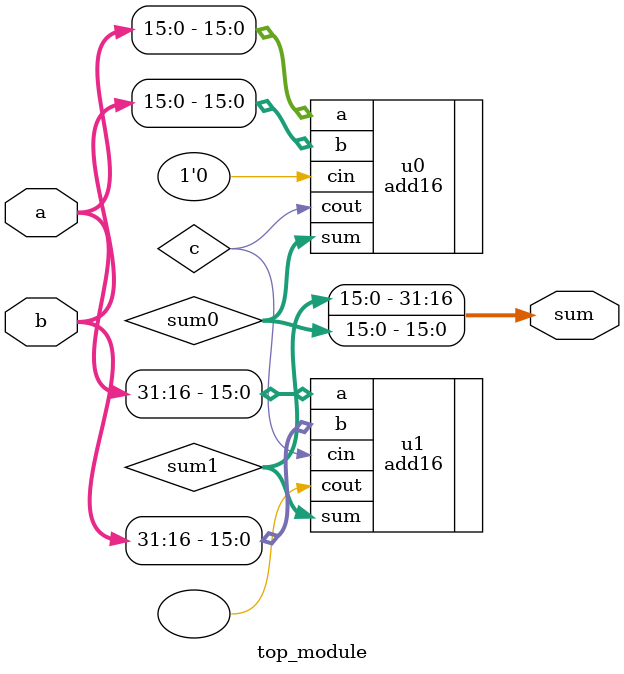
<source format=v>
module add1 ( input a, input b, input cin, output sum, output cout);

assign {cout,sum} = a+b+cin; 

endmodule

module top_module (
    input [31:0] a,
    input [31:0] b,
    output [31:0] sum
);

wire	[15:0]	sum0,sum1;
wire		c;

add16	u0(.a(a[15:0]), .b(b[15:0]), .cin(1'b0), .sum(sum0), .cout(c));
add16	u1(.a(a[31:16]), .b(b[31:16]), .cin(c), .sum(sum1), .cout());

assign sum = {sum1,sum0};
    
endmodule
</source>
